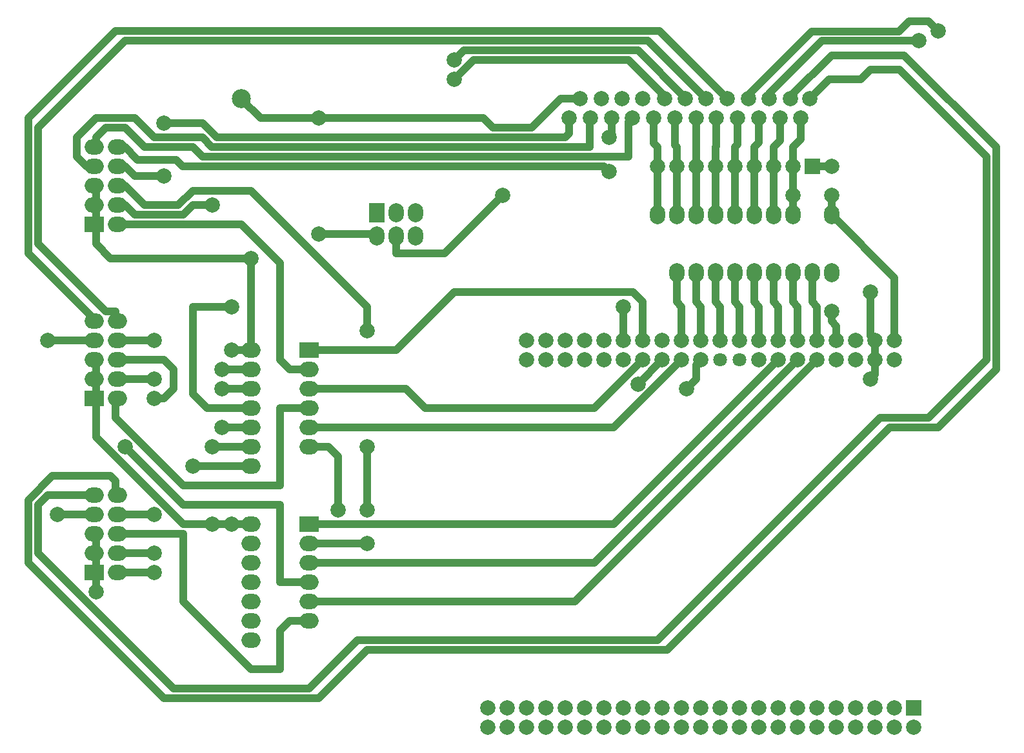
<source format=gtl>
G04 (created by PCBNEW (22-Jun-2014 BZR 4027)-stable) date Thu 19 Nov 2015 14:43:58 GMT*
%MOIN*%
G04 Gerber Fmt 3.4, Leading zero omitted, Abs format*
%FSLAX34Y34*%
G01*
G70*
G90*
G04 APERTURE LIST*
%ADD10C,0.00590551*%
%ADD11R,0.0787402X0.0787402*%
%ADD12C,0.0787402*%
%ADD13O,0.0787402X0.0984252*%
%ADD14C,0.0984252*%
%ADD15R,0.0787402X0.0984252*%
%ADD16O,0.0984252X0.0787402*%
%ADD17R,0.0984252X0.0787402*%
%ADD18C,0.0708661*%
%ADD19C,0.0393701*%
G04 APERTURE END LIST*
G54D10*
G54D11*
X110500Y-33000D03*
G54D12*
X109500Y-33000D03*
X108500Y-33000D03*
X107500Y-33000D03*
X106500Y-33000D03*
X105500Y-33000D03*
X104500Y-33000D03*
X103500Y-33000D03*
X102500Y-33000D03*
X111500Y-34500D03*
X111500Y-40500D03*
G54D13*
X111500Y-38500D03*
X110500Y-38500D03*
X109500Y-38500D03*
X108500Y-38500D03*
X107500Y-38500D03*
X106500Y-38500D03*
X105500Y-38500D03*
X104500Y-38500D03*
X103500Y-38500D03*
X102500Y-35500D03*
X103500Y-35500D03*
X104500Y-35500D03*
X105500Y-35500D03*
X106500Y-35500D03*
X107500Y-35500D03*
X108500Y-35500D03*
X109500Y-35500D03*
X111500Y-35500D03*
G54D14*
X81015Y-29500D03*
G54D12*
X109900Y-30500D03*
X108850Y-30500D03*
X107750Y-30500D03*
X106650Y-30500D03*
X105550Y-30500D03*
X104500Y-30500D03*
X103400Y-30500D03*
X102300Y-30500D03*
X101200Y-30500D03*
X100150Y-30500D03*
X99050Y-30500D03*
X97950Y-30500D03*
X110380Y-29500D03*
X109380Y-29500D03*
X108280Y-29500D03*
X107200Y-29500D03*
X106120Y-29500D03*
X105020Y-29500D03*
X103940Y-29500D03*
X102860Y-29500D03*
X101740Y-29500D03*
X100680Y-29500D03*
X99600Y-29500D03*
X98500Y-29500D03*
G54D15*
X88000Y-35401D03*
G54D13*
X88000Y-36598D03*
X89000Y-35401D03*
X89000Y-36598D03*
X90000Y-35401D03*
X90000Y-36598D03*
G54D16*
X73401Y-32000D03*
X74598Y-32000D03*
X74598Y-33000D03*
X73401Y-33000D03*
G54D17*
X73401Y-36000D03*
G54D16*
X74598Y-36000D03*
X73401Y-35000D03*
X74598Y-35000D03*
X73401Y-34000D03*
X74598Y-34000D03*
X73401Y-41000D03*
X74598Y-41000D03*
X74598Y-42000D03*
X73401Y-42000D03*
G54D17*
X73401Y-45000D03*
G54D16*
X74598Y-45000D03*
X73401Y-44000D03*
X74598Y-44000D03*
X73401Y-43000D03*
X74598Y-43000D03*
X73401Y-50000D03*
X74598Y-50000D03*
X74598Y-51000D03*
X73401Y-51000D03*
G54D17*
X73401Y-54000D03*
G54D16*
X74598Y-54000D03*
X73401Y-53000D03*
X74598Y-53000D03*
X73401Y-52000D03*
X74598Y-52000D03*
G54D17*
X84500Y-42500D03*
G54D16*
X84500Y-43500D03*
X84500Y-44500D03*
X84500Y-45500D03*
X84500Y-46500D03*
X84500Y-47500D03*
X81500Y-48500D03*
X81500Y-47500D03*
X81500Y-46500D03*
X81500Y-45500D03*
X81500Y-44500D03*
X81500Y-43500D03*
X81500Y-42500D03*
G54D17*
X84500Y-51500D03*
G54D16*
X84500Y-52500D03*
X84500Y-53500D03*
X84500Y-54500D03*
X84500Y-55500D03*
X84500Y-56500D03*
X81500Y-57500D03*
X81500Y-56500D03*
X81500Y-55500D03*
X81500Y-54500D03*
X81500Y-53500D03*
X81500Y-52500D03*
X81500Y-51500D03*
G54D12*
X114750Y-42000D03*
X114750Y-43000D03*
X113750Y-42000D03*
X113750Y-43000D03*
X112750Y-42000D03*
X112750Y-43000D03*
X111750Y-42000D03*
X111750Y-43000D03*
X110750Y-42000D03*
X110750Y-43000D03*
X109750Y-42000D03*
X109750Y-43000D03*
X108750Y-42000D03*
X108750Y-43000D03*
X107750Y-42000D03*
X107750Y-43000D03*
X106750Y-42000D03*
G54D18*
X106750Y-43000D03*
G54D12*
X105750Y-42000D03*
G54D18*
X105750Y-43000D03*
G54D12*
X104750Y-42000D03*
X104750Y-43000D03*
X103750Y-42000D03*
X103750Y-43000D03*
X102750Y-42000D03*
X102750Y-43000D03*
X101750Y-42000D03*
X101750Y-43000D03*
X100750Y-42000D03*
X100750Y-43000D03*
X99750Y-42000D03*
X99750Y-43000D03*
X98750Y-42000D03*
X98750Y-43000D03*
X97750Y-42000D03*
X97750Y-43000D03*
X96750Y-42000D03*
X96750Y-43000D03*
X95750Y-42000D03*
X95750Y-43000D03*
G54D11*
X115750Y-61000D03*
G54D12*
X115750Y-62000D03*
X114750Y-61000D03*
X114750Y-62000D03*
X113750Y-61000D03*
X113750Y-62000D03*
X112750Y-61000D03*
X112750Y-62000D03*
X111750Y-61000D03*
X111750Y-62000D03*
X110750Y-61000D03*
X110750Y-62000D03*
X109750Y-61000D03*
X109750Y-62000D03*
X108750Y-61000D03*
X108750Y-62000D03*
X107750Y-61000D03*
X107750Y-62000D03*
X106750Y-61000D03*
X106750Y-62000D03*
X105750Y-61000D03*
X105750Y-62000D03*
X104750Y-61000D03*
X104750Y-62000D03*
X103750Y-61000D03*
X103750Y-62000D03*
X102750Y-61000D03*
X102750Y-62000D03*
X101750Y-61000D03*
X101750Y-62000D03*
X100750Y-61000D03*
X100750Y-62000D03*
X99750Y-61000D03*
X99750Y-62000D03*
X98750Y-61000D03*
X98750Y-62000D03*
X97750Y-61000D03*
X97750Y-62000D03*
X96750Y-61000D03*
X96750Y-62000D03*
X95750Y-61000D03*
X95750Y-62000D03*
X94750Y-61000D03*
X94750Y-62000D03*
X93750Y-61000D03*
X93750Y-62000D03*
X80500Y-42500D03*
X80500Y-51500D03*
X81500Y-37750D03*
X85000Y-30500D03*
X85000Y-36500D03*
X111500Y-33000D03*
X113500Y-39500D03*
X113500Y-44000D03*
X73500Y-55000D03*
X79500Y-51500D03*
X109500Y-34500D03*
X94500Y-34500D03*
X79500Y-35000D03*
X80000Y-44500D03*
X100750Y-40250D03*
X80000Y-43500D03*
X87500Y-41500D03*
X87500Y-47500D03*
X87500Y-50750D03*
X87500Y-52500D03*
X100000Y-33250D03*
X100000Y-31500D03*
X77000Y-33500D03*
X77000Y-30750D03*
X76500Y-44000D03*
X80000Y-46500D03*
X101500Y-44250D03*
X80500Y-40250D03*
X76500Y-45000D03*
X75000Y-47500D03*
X71000Y-42000D03*
X92000Y-27500D03*
X76500Y-42000D03*
X92000Y-28500D03*
X76500Y-53000D03*
X78500Y-48500D03*
X104000Y-44500D03*
X79500Y-47500D03*
X86000Y-50750D03*
X76500Y-54000D03*
X71500Y-51000D03*
X116000Y-26500D03*
X76500Y-51000D03*
X117000Y-26000D03*
G54D19*
X114750Y-42000D02*
X114750Y-38750D01*
X114750Y-38750D02*
X111500Y-35500D01*
X111500Y-35500D02*
X111500Y-34500D01*
X81500Y-37750D02*
X74250Y-37750D01*
X73500Y-37000D02*
X73500Y-36000D01*
X74250Y-37750D02*
X73500Y-37000D01*
X81500Y-42500D02*
X81500Y-37750D01*
X81015Y-29500D02*
X81015Y-29515D01*
X82000Y-30500D02*
X85000Y-30500D01*
X81015Y-29515D02*
X82000Y-30500D01*
X98500Y-29500D02*
X97500Y-29500D01*
X93500Y-30500D02*
X85000Y-30500D01*
X94000Y-31000D02*
X93500Y-30500D01*
X96000Y-31000D02*
X94000Y-31000D01*
X97500Y-29500D02*
X96000Y-31000D01*
X88000Y-36500D02*
X85000Y-36500D01*
X113750Y-42000D02*
X113500Y-41750D01*
X111500Y-33000D02*
X110500Y-33000D01*
X113500Y-41750D02*
X113500Y-39500D01*
X113750Y-43000D02*
X113750Y-42000D01*
X113750Y-43750D02*
X113750Y-43000D01*
X113500Y-44000D02*
X113750Y-43750D01*
X73500Y-52000D02*
X73500Y-53000D01*
X73500Y-53000D02*
X73500Y-54000D01*
X73500Y-54000D02*
X73500Y-55000D01*
X80500Y-51500D02*
X79500Y-51500D01*
X79500Y-51500D02*
X78000Y-51500D01*
X73500Y-47000D02*
X73500Y-45000D01*
X78000Y-51500D02*
X73500Y-47000D01*
X73500Y-43000D02*
X73500Y-44000D01*
X73500Y-44000D02*
X73500Y-45000D01*
X81500Y-51500D02*
X80500Y-51500D01*
X81500Y-42500D02*
X80500Y-42500D01*
X73500Y-35000D02*
X73500Y-36000D01*
X73500Y-34000D02*
X73500Y-35000D01*
X89000Y-36500D02*
X89000Y-37500D01*
X91500Y-37500D02*
X94500Y-34500D01*
X89000Y-37500D02*
X91500Y-37500D01*
X109500Y-34500D02*
X109500Y-33000D01*
X109500Y-35500D02*
X109500Y-34500D01*
X109900Y-31600D02*
X109900Y-30500D01*
X109500Y-33000D02*
X109500Y-32000D01*
X109500Y-32000D02*
X109900Y-31600D01*
X110500Y-38500D02*
X110500Y-40000D01*
X110750Y-40250D02*
X110750Y-42000D01*
X110500Y-40000D02*
X110750Y-40250D01*
X108500Y-33000D02*
X108500Y-35500D01*
X108850Y-31650D02*
X108850Y-30500D01*
X108500Y-32000D02*
X108850Y-31650D01*
X108500Y-33000D02*
X108500Y-32000D01*
X109500Y-38500D02*
X109500Y-40000D01*
X109750Y-40250D02*
X109750Y-42000D01*
X109500Y-40000D02*
X109750Y-40250D01*
X103500Y-33000D02*
X103500Y-35500D01*
X103500Y-33000D02*
X103500Y-32000D01*
X103500Y-32000D02*
X103400Y-31900D01*
X103400Y-31900D02*
X103400Y-30500D01*
X104500Y-38500D02*
X104500Y-40000D01*
X104750Y-40250D02*
X104750Y-42000D01*
X104500Y-40000D02*
X104750Y-40250D01*
X102500Y-33000D02*
X102500Y-35500D01*
X102500Y-33000D02*
X102500Y-32000D01*
X102500Y-32000D02*
X102300Y-31800D01*
X102300Y-31800D02*
X102300Y-30500D01*
X103500Y-38500D02*
X103500Y-40000D01*
X103750Y-40250D02*
X103750Y-42000D01*
X103500Y-40000D02*
X103750Y-40250D01*
X107500Y-33000D02*
X107500Y-35500D01*
X107750Y-31750D02*
X107750Y-30500D01*
X107500Y-32000D02*
X107750Y-31750D01*
X107500Y-33000D02*
X107500Y-32000D01*
X108500Y-38500D02*
X108500Y-40000D01*
X108750Y-40250D02*
X108750Y-42000D01*
X108500Y-40000D02*
X108750Y-40250D01*
X81500Y-44500D02*
X80000Y-44500D01*
X75006Y-35000D02*
X74500Y-35000D01*
X75506Y-35500D02*
X75006Y-35000D01*
X78000Y-35500D02*
X75506Y-35500D01*
X78500Y-35000D02*
X78000Y-35500D01*
X79500Y-35000D02*
X78500Y-35000D01*
X81500Y-43500D02*
X80000Y-43500D01*
X100750Y-40250D02*
X100750Y-42000D01*
X84500Y-52500D02*
X87500Y-52500D01*
X75000Y-34000D02*
X74500Y-34000D01*
X76000Y-35000D02*
X75000Y-34000D01*
X77750Y-35000D02*
X76000Y-35000D01*
X78500Y-34250D02*
X77750Y-35000D01*
X81500Y-34250D02*
X78500Y-34250D01*
X87500Y-40250D02*
X81500Y-34250D01*
X87500Y-41500D02*
X87500Y-40250D01*
X87500Y-50750D02*
X87500Y-47500D01*
X84500Y-51500D02*
X100250Y-51500D01*
X100250Y-51500D02*
X108750Y-43000D01*
X106500Y-33000D02*
X106500Y-35500D01*
X106650Y-31850D02*
X106650Y-30500D01*
X106500Y-32000D02*
X106650Y-31850D01*
X106500Y-33000D02*
X106500Y-32000D01*
X107500Y-38500D02*
X107500Y-40000D01*
X107750Y-40250D02*
X107750Y-42000D01*
X107500Y-40000D02*
X107750Y-40250D01*
X84500Y-43500D02*
X83500Y-43500D01*
X81000Y-36000D02*
X74500Y-36000D01*
X83000Y-38000D02*
X81000Y-36000D01*
X83000Y-43000D02*
X83000Y-38000D01*
X83500Y-43500D02*
X83000Y-43000D01*
X101750Y-42000D02*
X101750Y-40000D01*
X89000Y-42500D02*
X84500Y-42500D01*
X92000Y-39500D02*
X89000Y-42500D01*
X101250Y-39500D02*
X92000Y-39500D01*
X101750Y-40000D02*
X101250Y-39500D01*
X101200Y-30500D02*
X101000Y-30700D01*
X73500Y-31500D02*
X73500Y-32000D01*
X74000Y-31000D02*
X73500Y-31500D01*
X75000Y-31000D02*
X74000Y-31000D01*
X76000Y-32000D02*
X75000Y-31000D01*
X76006Y-32000D02*
X76000Y-32000D01*
X78500Y-32000D02*
X76006Y-32000D01*
X79000Y-32500D02*
X78500Y-32000D01*
X101000Y-32500D02*
X79000Y-32500D01*
X101000Y-30700D02*
X101000Y-32500D01*
X100150Y-30500D02*
X100150Y-31350D01*
X75000Y-32000D02*
X74500Y-32000D01*
X75650Y-32650D02*
X75000Y-32000D01*
X77650Y-32650D02*
X75650Y-32650D01*
X77993Y-32993D02*
X77650Y-32650D01*
X99743Y-32993D02*
X77993Y-32993D01*
X100000Y-33250D02*
X99743Y-32993D01*
X100150Y-31350D02*
X100000Y-31500D01*
X99050Y-30500D02*
X99000Y-30550D01*
X73000Y-33000D02*
X73500Y-33000D01*
X72500Y-32500D02*
X73000Y-33000D01*
X72500Y-31500D02*
X72500Y-32500D01*
X73500Y-30500D02*
X72500Y-31500D01*
X75500Y-30500D02*
X73500Y-30500D01*
X76500Y-31500D02*
X75500Y-30500D01*
X79000Y-31500D02*
X76500Y-31500D01*
X79493Y-31993D02*
X79000Y-31500D01*
X79500Y-31993D02*
X79493Y-31993D01*
X79500Y-32000D02*
X79500Y-31993D01*
X99000Y-32000D02*
X79500Y-32000D01*
X99000Y-30550D02*
X99000Y-32000D01*
X97950Y-30500D02*
X97950Y-31300D01*
X75000Y-33000D02*
X74500Y-33000D01*
X75500Y-33500D02*
X75000Y-33000D01*
X77000Y-33500D02*
X75500Y-33500D01*
X79000Y-30750D02*
X77000Y-30750D01*
X79750Y-31500D02*
X79000Y-30750D01*
X97750Y-31500D02*
X79750Y-31500D01*
X97950Y-31300D02*
X97750Y-31500D01*
X81500Y-46500D02*
X80000Y-46500D01*
X76500Y-44000D02*
X74500Y-44000D01*
X81500Y-45500D02*
X79250Y-45500D01*
X101500Y-44250D02*
X102750Y-43000D01*
X78500Y-40250D02*
X80500Y-40250D01*
X78500Y-44750D02*
X78500Y-40250D01*
X79250Y-45500D02*
X78500Y-44750D01*
X84500Y-54500D02*
X83000Y-54500D01*
X77000Y-43000D02*
X74500Y-43000D01*
X77500Y-43500D02*
X77000Y-43000D01*
X77500Y-44500D02*
X77500Y-43500D01*
X77000Y-45000D02*
X77500Y-44500D01*
X76500Y-45000D02*
X77000Y-45000D01*
X78000Y-50500D02*
X75000Y-47500D01*
X83000Y-50500D02*
X78000Y-50500D01*
X83000Y-54500D02*
X83000Y-50500D01*
X84500Y-53500D02*
X99250Y-53500D01*
X99250Y-53500D02*
X109750Y-43000D01*
X105500Y-33000D02*
X105500Y-35500D01*
X105500Y-33000D02*
X105500Y-32000D01*
X105500Y-32000D02*
X105550Y-31950D01*
X105550Y-31950D02*
X105550Y-30500D01*
X106500Y-38500D02*
X106500Y-40000D01*
X106750Y-40250D02*
X106750Y-42000D01*
X106500Y-40000D02*
X106750Y-40250D01*
X84500Y-45500D02*
X83000Y-45500D01*
X74500Y-46000D02*
X74500Y-45000D01*
X78000Y-49500D02*
X74500Y-46000D01*
X83000Y-49500D02*
X78000Y-49500D01*
X83000Y-45500D02*
X83000Y-49500D01*
X84500Y-44500D02*
X89500Y-44500D01*
X99250Y-45500D02*
X101750Y-43000D01*
X90500Y-45500D02*
X99250Y-45500D01*
X89500Y-44500D02*
X90500Y-45500D01*
X106120Y-29500D02*
X102620Y-26000D01*
X70000Y-37500D02*
X73500Y-41000D01*
X70000Y-30500D02*
X70000Y-37500D01*
X74500Y-26000D02*
X70000Y-30500D01*
X102620Y-26000D02*
X74500Y-26000D01*
X105020Y-29500D02*
X102020Y-26500D01*
X74500Y-40500D02*
X74500Y-41000D01*
X74000Y-40500D02*
X74500Y-40500D01*
X70500Y-37000D02*
X74000Y-40500D01*
X70500Y-31000D02*
X70500Y-37000D01*
X75000Y-26500D02*
X70500Y-31000D01*
X102020Y-26500D02*
X75000Y-26500D01*
X103940Y-29500D02*
X103940Y-29440D01*
X71000Y-42000D02*
X73500Y-42000D01*
X92500Y-27000D02*
X92000Y-27500D01*
X101500Y-27000D02*
X92500Y-27000D01*
X103940Y-29440D02*
X101500Y-27000D01*
X102860Y-29500D02*
X102860Y-29360D01*
X76500Y-42000D02*
X74500Y-42000D01*
X93000Y-27500D02*
X92000Y-28500D01*
X101000Y-27500D02*
X93000Y-27500D01*
X102860Y-29360D02*
X101000Y-27500D01*
X81500Y-48500D02*
X78500Y-48500D01*
X76500Y-53000D02*
X74500Y-53000D01*
X81500Y-47500D02*
X79500Y-47500D01*
X104500Y-43250D02*
X104750Y-43000D01*
X104500Y-44000D02*
X104500Y-43250D01*
X104000Y-44500D02*
X104500Y-44000D01*
X74500Y-52000D02*
X78000Y-52000D01*
X83500Y-56500D02*
X84500Y-56500D01*
X83000Y-57000D02*
X83500Y-56500D01*
X83000Y-59000D02*
X83000Y-57000D01*
X82000Y-59000D02*
X83000Y-59000D01*
X81500Y-59000D02*
X82000Y-59000D01*
X78000Y-55500D02*
X81500Y-59000D01*
X78000Y-52000D02*
X78000Y-55500D01*
X84500Y-55500D02*
X98250Y-55500D01*
X98250Y-55500D02*
X110750Y-43000D01*
X104500Y-33000D02*
X104500Y-35500D01*
X104500Y-33000D02*
X104500Y-30500D01*
X105500Y-38500D02*
X105500Y-40000D01*
X105750Y-40250D02*
X105750Y-42000D01*
X105500Y-40000D02*
X105750Y-40250D01*
X74500Y-54000D02*
X76500Y-54000D01*
X85500Y-47500D02*
X84500Y-47500D01*
X86000Y-48000D02*
X85500Y-47500D01*
X86000Y-50750D02*
X86000Y-48000D01*
X84500Y-46500D02*
X100250Y-46500D01*
X100250Y-46500D02*
X103750Y-43000D01*
X110380Y-29500D02*
X111380Y-28500D01*
X71000Y-50000D02*
X73500Y-50000D01*
X70500Y-50500D02*
X71000Y-50000D01*
X70500Y-53000D02*
X70500Y-50500D01*
X77500Y-60000D02*
X70500Y-53000D01*
X84500Y-60000D02*
X77500Y-60000D01*
X87000Y-57500D02*
X84500Y-60000D01*
X102500Y-57500D02*
X87000Y-57500D01*
X114000Y-46000D02*
X102500Y-57500D01*
X116500Y-46000D02*
X114000Y-46000D01*
X119500Y-43000D02*
X116500Y-46000D01*
X119500Y-32500D02*
X119500Y-43000D01*
X115000Y-28000D02*
X119500Y-32500D01*
X113500Y-28000D02*
X115000Y-28000D01*
X113000Y-28500D02*
X113500Y-28000D01*
X111380Y-28500D02*
X113000Y-28500D01*
X109380Y-29500D02*
X109380Y-29370D01*
X74500Y-49250D02*
X74500Y-50000D01*
X74250Y-49000D02*
X74500Y-49250D01*
X71250Y-49000D02*
X74250Y-49000D01*
X70000Y-50250D02*
X71250Y-49000D01*
X70000Y-53500D02*
X70000Y-50250D01*
X77000Y-60500D02*
X70000Y-53500D01*
X85000Y-60500D02*
X77000Y-60500D01*
X87500Y-58000D02*
X85000Y-60500D01*
X103000Y-58000D02*
X87500Y-58000D01*
X114506Y-46493D02*
X103000Y-58000D01*
X117006Y-46493D02*
X114506Y-46493D01*
X120000Y-43500D02*
X117006Y-46493D01*
X120000Y-32000D02*
X120000Y-43500D01*
X115250Y-27250D02*
X120000Y-32000D01*
X111500Y-27250D02*
X115250Y-27250D01*
X109380Y-29370D02*
X111500Y-27250D01*
X108280Y-29500D02*
X108280Y-29220D01*
X71500Y-51000D02*
X73500Y-51000D01*
X111000Y-26500D02*
X116000Y-26500D01*
X108280Y-29220D02*
X111000Y-26500D01*
X107200Y-29500D02*
X107200Y-29300D01*
X76500Y-51000D02*
X74500Y-51000D01*
X116500Y-25500D02*
X117000Y-26000D01*
X115500Y-25500D02*
X116500Y-25500D01*
X114993Y-26006D02*
X115500Y-25500D01*
X110493Y-26006D02*
X114993Y-26006D01*
X107200Y-29300D02*
X110493Y-26006D01*
X111500Y-40500D02*
X111500Y-41000D01*
X111750Y-41250D02*
X111750Y-42000D01*
X111500Y-41000D02*
X111750Y-41250D01*
M02*

</source>
